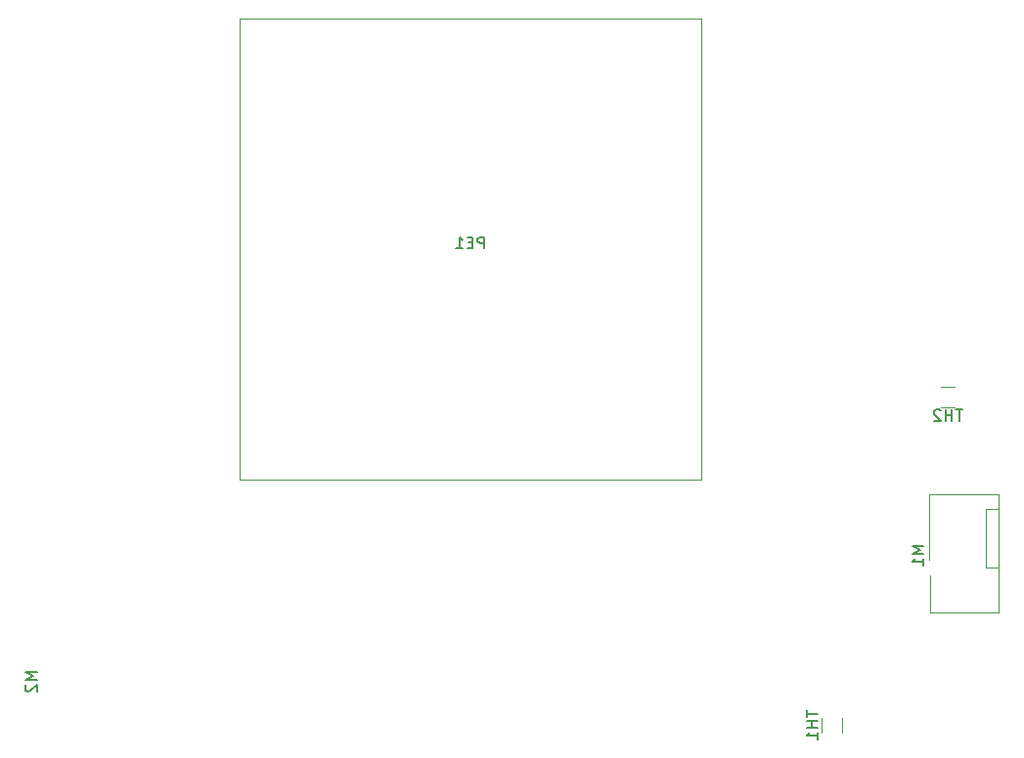
<source format=gbo>
G04 #@! TF.GenerationSoftware,KiCad,Pcbnew,5.1.4+dfsg1-1*
G04 #@! TF.CreationDate,2020-12-14T22:30:58-06:00*
G04 #@! TF.ProjectId,HotBox,486f7442-6f78-42e6-9b69-6361645f7063,2*
G04 #@! TF.SameCoordinates,Original*
G04 #@! TF.FileFunction,Legend,Bot*
G04 #@! TF.FilePolarity,Positive*
%FSLAX46Y46*%
G04 Gerber Fmt 4.6, Leading zero omitted, Abs format (unit mm)*
G04 Created by KiCad (PCBNEW 5.1.4+dfsg1-1) date 2020-12-14 22:30:58*
%MOMM*%
%LPD*%
G04 APERTURE LIST*
%ADD10C,0.120000*%
%ADD11C,0.150000*%
G04 APERTURE END LIST*
D10*
X191493000Y-121981000D02*
X192503000Y-121981000D01*
X191493000Y-116901000D02*
X191493000Y-121981000D01*
X192503000Y-116901000D02*
X191493000Y-116901000D01*
X192603000Y-115551000D02*
X186603000Y-115551000D01*
X192603000Y-125851000D02*
X192603000Y-115551000D01*
X186653000Y-125851000D02*
X192603000Y-125851000D01*
X186653000Y-122651000D02*
X186653000Y-125851000D01*
X186603000Y-115551000D02*
X186603000Y-121301000D01*
X166873000Y-114333000D02*
X126873000Y-114333000D01*
X166873000Y-74333000D02*
X166873000Y-114333000D01*
X126873000Y-74333000D02*
X166873000Y-74333000D01*
X126873000Y-114333000D02*
X126873000Y-74333000D01*
X166873000Y-114333000D02*
X126873000Y-114333000D01*
X166873000Y-74333000D02*
X166873000Y-114333000D01*
X126873000Y-74333000D02*
X166873000Y-74333000D01*
X126873000Y-114333000D02*
X126873000Y-74333000D01*
X187578000Y-108013000D02*
X188778000Y-108013000D01*
X188778000Y-106253000D02*
X187578000Y-106253000D01*
X179033000Y-136217500D02*
X179033000Y-135017500D01*
X177273000Y-135017500D02*
X177273000Y-136217500D01*
D11*
X186105380Y-120091476D02*
X185105380Y-120091476D01*
X185819666Y-120424809D01*
X185105380Y-120758142D01*
X186105380Y-120758142D01*
X186105380Y-121758142D02*
X186105380Y-121186714D01*
X186105380Y-121472428D02*
X185105380Y-121472428D01*
X185248238Y-121377190D01*
X185343476Y-121281952D01*
X185391095Y-121186714D01*
X109325380Y-131023476D02*
X108325380Y-131023476D01*
X109039666Y-131356809D01*
X108325380Y-131690142D01*
X109325380Y-131690142D01*
X108420619Y-132118714D02*
X108373000Y-132166333D01*
X108325380Y-132261571D01*
X108325380Y-132499666D01*
X108373000Y-132594904D01*
X108420619Y-132642523D01*
X108515857Y-132690142D01*
X108611095Y-132690142D01*
X108753952Y-132642523D01*
X109325380Y-132071095D01*
X109325380Y-132690142D01*
X148063476Y-94285380D02*
X148063476Y-93285380D01*
X147682523Y-93285380D01*
X147587285Y-93333000D01*
X147539666Y-93380619D01*
X147492047Y-93475857D01*
X147492047Y-93618714D01*
X147539666Y-93713952D01*
X147587285Y-93761571D01*
X147682523Y-93809190D01*
X148063476Y-93809190D01*
X147063476Y-93761571D02*
X146730142Y-93761571D01*
X146587285Y-94285380D02*
X147063476Y-94285380D01*
X147063476Y-93285380D01*
X146587285Y-93285380D01*
X145634904Y-94285380D02*
X146206333Y-94285380D01*
X145920619Y-94285380D02*
X145920619Y-93285380D01*
X146015857Y-93428238D01*
X146111095Y-93523476D01*
X146206333Y-93571095D01*
X189463714Y-108235380D02*
X188892285Y-108235380D01*
X189178000Y-109235380D02*
X189178000Y-108235380D01*
X188558952Y-109235380D02*
X188558952Y-108235380D01*
X188558952Y-108711571D02*
X187987523Y-108711571D01*
X187987523Y-109235380D02*
X187987523Y-108235380D01*
X187558952Y-108330619D02*
X187511333Y-108283000D01*
X187416095Y-108235380D01*
X187178000Y-108235380D01*
X187082761Y-108283000D01*
X187035142Y-108330619D01*
X186987523Y-108425857D01*
X186987523Y-108521095D01*
X187035142Y-108663952D01*
X187606571Y-109235380D01*
X186987523Y-109235380D01*
X175955380Y-134331785D02*
X175955380Y-134903214D01*
X176955380Y-134617500D02*
X175955380Y-134617500D01*
X176955380Y-135236547D02*
X175955380Y-135236547D01*
X176431571Y-135236547D02*
X176431571Y-135807976D01*
X176955380Y-135807976D02*
X175955380Y-135807976D01*
X176955380Y-136807976D02*
X176955380Y-136236547D01*
X176955380Y-136522261D02*
X175955380Y-136522261D01*
X176098238Y-136427023D01*
X176193476Y-136331785D01*
X176241095Y-136236547D01*
M02*

</source>
